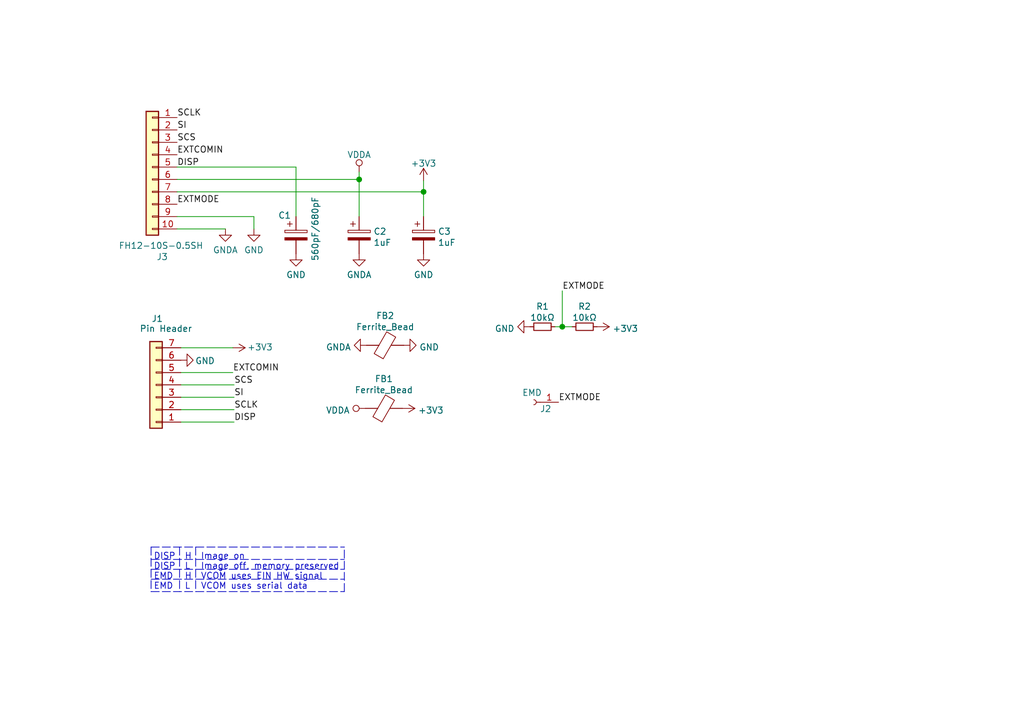
<source format=kicad_sch>
(kicad_sch (version 20210406) (generator eeschema)
  (paper "A5")
  (title_block (title "SHARP Memory LCD Breakout") (date "2021-12-01") (rev "v0.3"))
  (lib_symbols
    (symbol "Connector:Conn_01x01_Female" (pin_names (offset 1.016) hide)
      (property "Reference" "J" (at 0 2.54 0))
      (property "Value" "Conn_01x01_Female" (at 0 -2.54 0))
      (symbol "Conn_01x01_Female_1_1"
        (arc (start 0 0.508) (end 0 -0.508) (radius (at 0 0) (length 0.508) (angles 90.1 -90.1)) (stroke (width 0.1524)))
        (polyline (pts (xy -1.27 0) (xy -0.508 0)) (stroke (width 0.1524)))
        (pin passive line (at -5.08 0 0) (length 3.81) (name "Pin_1") (number "1"))
      )
    )
    (symbol "Connector_Generic:Conn_01x07" (pin_names (offset 1.016) hide)
      (property "Reference" "J" (at 0 10.16 0))
      (property "Value" "Conn_01x07" (at 0 -10.16 0))
      (symbol "Conn_01x07_1_1"
        (rectangle (start -1.27 -7.493) (end 0 -7.747) (stroke (width 0.1524)))
        (rectangle (start -1.27 -4.953) (end 0 -5.207) (stroke (width 0.1524)))
        (rectangle (start -1.27 -2.413) (end 0 -2.667) (stroke (width 0.1524)))
        (rectangle (start -1.27 0.127) (end 0 -0.127) (stroke (width 0.1524)))
        (rectangle (start -1.27 2.667) (end 0 2.413) (stroke (width 0.1524)))
        (rectangle (start -1.27 5.207) (end 0 4.953) (stroke (width 0.1524)))
        (rectangle (start -1.27 7.747) (end 0 7.493) (stroke (width 0.1524)))
        (rectangle (start -1.27 8.89) (end 1.27 -8.89) (stroke (width 0.254)) (fill (type background)))
        (pin passive line (at -5.08 7.62 0) (length 3.81) (name "Pin_1") (number "1"))
        (pin passive line (at -5.08 5.08 0) (length 3.81) (name "Pin_2") (number "2"))
        (pin passive line (at -5.08 2.54 0) (length 3.81) (name "Pin_3") (number "3"))
        (pin passive line (at -5.08 0 0) (length 3.81) (name "Pin_4") (number "4"))
        (pin passive line (at -5.08 -2.54 0) (length 3.81) (name "Pin_5") (number "5"))
        (pin passive line (at -5.08 -5.08 0) (length 3.81) (name "Pin_6") (number "6"))
        (pin passive line (at -5.08 -7.62 0) (length 3.81) (name "Pin_7") (number "7"))
      )
    )
    (symbol "Connector_Generic:Conn_01x10" (pin_names (offset 1.016) hide)
      (property "Reference" "J" (at 0 12.7 0))
      (property "Value" "Conn_01x10" (at 0 -15.24 0))
      (symbol "Conn_01x10_1_1"
        (rectangle (start -1.27 -12.573) (end 0 -12.827) (stroke (width 0.1524)))
        (rectangle (start -1.27 -10.033) (end 0 -10.287) (stroke (width 0.1524)))
        (rectangle (start -1.27 -7.493) (end 0 -7.747) (stroke (width 0.1524)))
        (rectangle (start -1.27 -4.953) (end 0 -5.207) (stroke (width 0.1524)))
        (rectangle (start -1.27 -2.413) (end 0 -2.667) (stroke (width 0.1524)))
        (rectangle (start -1.27 0.127) (end 0 -0.127) (stroke (width 0.1524)))
        (rectangle (start -1.27 2.667) (end 0 2.413) (stroke (width 0.1524)))
        (rectangle (start -1.27 5.207) (end 0 4.953) (stroke (width 0.1524)))
        (rectangle (start -1.27 7.747) (end 0 7.493) (stroke (width 0.1524)))
        (rectangle (start -1.27 10.287) (end 0 10.033) (stroke (width 0.1524)))
        (rectangle (start -1.27 11.43) (end 1.27 -13.97) (stroke (width 0.254)) (fill (type background)))
        (pin passive line (at -5.08 10.16 0) (length 3.81) (name "Pin_1") (number "1"))
        (pin passive line (at -5.08 -12.7 0) (length 3.81) (name "Pin_10") (number "10"))
        (pin passive line (at -5.08 7.62 0) (length 3.81) (name "Pin_2") (number "2"))
        (pin passive line (at -5.08 5.08 0) (length 3.81) (name "Pin_3") (number "3"))
        (pin passive line (at -5.08 2.54 0) (length 3.81) (name "Pin_4") (number "4"))
        (pin passive line (at -5.08 0 0) (length 3.81) (name "Pin_5") (number "5"))
        (pin passive line (at -5.08 -2.54 0) (length 3.81) (name "Pin_6") (number "6"))
        (pin passive line (at -5.08 -5.08 0) (length 3.81) (name "Pin_7") (number "7"))
        (pin passive line (at -5.08 -7.62 0) (length 3.81) (name "Pin_8") (number "8"))
        (pin passive line (at -5.08 -10.16 0) (length 3.81) (name "Pin_9") (number "9"))
      )
    )
    (symbol "Device:CP" (pin_numbers hide) (pin_names (offset 0.254))
      (property "Reference" "C" (at 0.635 2.54 0))
      (property "Value" "CP" (at 0.635 -2.54 0))
      (symbol "CP_0_1"
        (rectangle (start -2.286 0.508) (end 2.286 1.016))
        (rectangle (start 2.286 -0.508) (end -2.286 -1.016) (fill (type outline)))
        (polyline (pts (xy -1.778 2.286) (xy -0.762 2.286)))
        (polyline (pts (xy -1.27 2.794) (xy -1.27 1.778)))
      )
      (symbol "CP_1_1"
        (pin passive line (at 0 3.81 270) (length 2.794) (name "~") (number "1"))
        (pin passive line (at 0 -3.81 90) (length 2.794) (name "~") (number "2"))
      )
    )
    (symbol "Device:Ferrite_Bead" (pin_numbers hide) (pin_names (offset 0))
      (property "Reference" "FB" (at -3.81 0.635 90))
      (property "Value" "Ferrite_Bead" (at 3.81 0 90))
      (symbol "Ferrite_Bead_0_1"
        (polyline (pts (xy 0 -1.27) (xy 0 -1.2192)))
        (polyline (pts (xy 0 1.27) (xy 0 1.2954)))
        (polyline (pts (xy -2.7686 0.4064) (xy -1.7018 2.2606) (xy 2.7686 -0.3048) (xy 1.6764 -2.159) (xy -2.7686 0.4064)))
      )
      (symbol "Ferrite_Bead_1_1"
        (pin passive line (at 0 3.81 270) (length 2.54) (name "~") (number "1"))
        (pin passive line (at 0 -3.81 90) (length 2.54) (name "~") (number "2"))
      )
    )
    (symbol "Device:R_Small" (pin_numbers hide) (pin_names (offset 0.254) hide)
      (property "Reference" "R" (at 0.762 0.508 0))
      (property "Value" "R_Small" (at 0.762 -1.016 0))
      (symbol "R_Small_0_1"
        (rectangle (start -0.762 1.778) (end 0.762 -1.778) (stroke (width 0.2032)))
      )
      (symbol "R_Small_1_1"
        (pin passive line (at 0 2.54 270) (length 0.762) (name "~") (number "1"))
        (pin passive line (at 0 -2.54 90) (length 0.762) (name "~") (number "2"))
      )
    )
    (symbol "power:+3.3V" (power) (pin_names (offset 0))
      (property "Value" "+3.3V" (at 0 3.556 0))
      (symbol "+3.3V_0_1"
        (polyline (pts (xy -0.762 1.27) (xy 0 2.54)))
        (polyline (pts (xy 0 0) (xy 0 2.54)))
        (polyline (pts (xy 0 2.54) (xy 0.762 1.27)))
      )
      (symbol "+3.3V_1_1"
        (pin power_in line (at 0 0 90) (length 0) hide (name "+3V3") (number "1"))
      )
    )
    (symbol "power:GND" (power) (pin_names (offset 0))
      (property "Value" "GND" (at 0 -3.81 0))
      (symbol "GND_0_1"
        (polyline (pts (xy 0 0) (xy 0 -1.27) (xy 1.27 -1.27) (xy 0 -2.54) (xy -1.27 -1.27) (xy 0 -1.27)))
      )
      (symbol "GND_1_1"
        (pin power_in line (at 0 0 270) (length 0) hide (name "GND") (number "1"))
      )
    )
    (symbol "power:GNDA" (power) (pin_names (offset 0))
      (property "Value" "GNDA" (at 0 -3.81 0))
      (symbol "GNDA_0_1"
        (polyline (pts (xy 0 0) (xy 0 -1.27) (xy 1.27 -1.27) (xy 0 -2.54) (xy -1.27 -1.27) (xy 0 -1.27)))
      )
      (symbol "GNDA_1_1"
        (pin power_in line (at 0 0 270) (length 0) hide (name "GNDA") (number "1"))
      )
    )
    (symbol "power:VDDA" (power) (pin_names (offset 0))
      (property "Value" "VDDA" (at 0 3.81 0))
      (symbol "VDDA_0_1"
        (circle (center 0 1.905) (radius 0.635))
        (polyline (pts (xy 0 0) (xy 0 1.27)))
      )
      (symbol "VDDA_1_1"
        (pin power_in line (at 0 0 90) (length 0) hide (name "VDDA") (number "1"))
      )
    )
  )
  (junction (at 73.66 36.83) (diameter 1.016))
  (junction (at 86.868 39.37) (diameter 1.016))
  (junction (at 115.316 67.056) (diameter 1.016))
  (wire (pts (xy 36.322 34.29) (xy 60.706 34.29)))
  (wire (pts (xy 36.322 36.83) (xy 73.66 36.83)))
  (wire (pts (xy 36.322 39.37) (xy 86.868 39.37)))
  (wire (pts (xy 36.322 44.45) (xy 52.07 44.45)))
  (wire (pts (xy 36.322 46.99) (xy 46.228 46.99)))
  (wire (pts (xy 37.084 71.374) (xy 47.752 71.374)))
  (wire (pts (xy 37.084 76.454) (xy 47.752 76.454)))
  (wire (pts (xy 37.084 78.994) (xy 48.006 78.994)))
  (wire (pts (xy 37.084 81.534) (xy 48.006 81.534)))
  (wire (pts (xy 37.084 84.074) (xy 48.006 84.074)))
  (wire (pts (xy 37.084 86.614) (xy 48.006 86.614)))
  (wire (pts (xy 52.07 44.45) (xy 52.07 46.99)))
  (wire (pts (xy 60.706 34.29) (xy 60.706 44.45)))
  (wire (pts (xy 73.66 35.306) (xy 73.66 36.83)))
  (wire (pts (xy 73.66 36.83) (xy 73.66 44.45)))
  (wire (pts (xy 86.868 37.084) (xy 86.868 39.37)))
  (wire (pts (xy 86.868 39.37) (xy 86.868 44.45)))
  (wire (pts (xy 113.792 67.056) (xy 115.316 67.056)))
  (wire (pts (xy 115.316 59.69) (xy 115.316 67.056)))
  (wire (pts (xy 115.316 67.056) (xy 117.348 67.056)))
  (polyline (pts (xy 30.988 112.268) (xy 30.988 121.412)) (stroke (width 0) (type dash)))
  (polyline (pts (xy 30.988 112.268) (xy 70.612 112.268)) (stroke (width 0) (type dash)))
  (polyline (pts (xy 30.988 114.808) (xy 70.612 114.808)) (stroke (width 0) (type dash)))
  (polyline (pts (xy 30.988 116.84) (xy 70.612 116.84)) (stroke (width 0) (type dash)))
  (polyline (pts (xy 30.988 118.872) (xy 70.612 118.872)) (stroke (width 0) (type dash)))
  (polyline (pts (xy 30.988 121.412) (xy 70.612 121.412)) (stroke (width 0) (type dash)))
  (polyline (pts (xy 36.83 112.268) (xy 36.83 121.412)) (stroke (width 0) (type dash)))
  (polyline (pts (xy 40.132 112.268) (xy 40.132 121.412)) (stroke (width 0) (type dash)))
  (polyline (pts (xy 70.612 121.412) (xy 70.612 112.268)) (stroke (width 0) (type dash)))
  (text "DISP\nDISP\nEMD\nEMD" (at 31.496 121.158 0) (effects (font (size 1.27 1.27)) (justify left bottom)))
  (text "H\nL\nH\nL" (at 37.846 121.158 0) (effects (font (size 1.27 1.27)) (justify left bottom)))
  (text "Image on\nImage off, memory preserved\nVCOM uses EIN HW signal\nVCOM uses serial data" (at 41.148 121.158 0) (effects (font (size 1.27 1.27)) (justify left bottom)))
  (label "SCLK" (at 36.322 24.13 0))
  (label "SI" (at 36.322 26.67 0))
  (label "SCS" (at 36.322 29.21 0))
  (label "EXTCOMIN" (at 36.322 31.75 0))
  (label "DISP" (at 36.322 34.29 0))
  (label "EXTMODE" (at 36.322 41.91 0))
  (label "EXTCOMIN" (at 47.752 76.454 0))
  (label "SCS" (at 48.006 78.994 0))
  (label "SI" (at 48.006 81.534 0))
  (label "SCLK" (at 48.006 84.074 0))
  (label "DISP" (at 48.006 86.614 0))
  (label "EXTMODE" (at 114.554 82.55 0))
  (label "EXTMODE" (at 115.316 59.69 0))
  (symbol (lib_id "power:VDDA") (at 73.66 35.306 0) (unit 1)
    (property "Reference" "#PWR08" (effects hide))
    (property "Value" "VDDA" (at 73.66 31.7586 0))
  )
  (symbol (lib_id "power:VDDA") (at 74.93 83.82 90) (unit 1)
    (property "Reference" "#PWR010" (effects hide))
    (property "Value" "VDDA" (at 71.755 84.2085 90) (effects (justify left)))
  )
  (symbol (lib_id "power:+3.3V") (at 47.752 71.374 270) (unit 1)
    (property "Reference" "#PWR01" (effects hide))
    (property "Value" "+3.3V" (at 50.6731 71.2545 90) (effects (justify left)))
  )
  (symbol (lib_id "power:+3.3V") (at 82.55 83.82 270) (unit 1)
    (property "Reference" "#PWR012" (effects hide))
    (property "Value" "+3.3V" (at 85.7251 84.2085 90) (effects (justify left)))
  )
  (symbol (lib_id "power:+3.3V") (at 86.868 37.084 0) (unit 1)
    (property "Reference" "#PWR014" (effects hide))
    (property "Value" "+3.3V" (at 86.868 33.5366 0))
  )
  (symbol (lib_id "power:+3.3V") (at 122.428 67.056 270) (unit 1)
    (property "Reference" "#PWR04" (effects hide))
    (property "Value" "+3.3V" (at 125.6031 67.4445 90) (effects (justify left)))
  )
  (symbol (lib_id "Connector:Conn_01x01_Female") (at 109.474 82.55 180) (unit 1)
    (property "Reference" "J2" (at 111.9124 83.9004 0))
    (property "Value" "EMD" (at 109.1184 80.5857 0))
    (property "Footprint" "TestPoint:TestPoint_Pad_D1.5mm" (effects hide))
  )
  (symbol (lib_id "power:GND") (at 37.084 73.914 90) (unit 1)
    (property "Reference" "#PWR02" (effects hide))
    (property "Value" "GND" (at 40.0051 74.0485 90) (effects (justify right)))
  )
  (symbol (lib_id "power:GNDA") (at 46.228 46.99 0) (unit 1)
    (property "Reference" "#PWR05" (effects hide))
    (property "Value" "GNDA" (at 46.228 51.3144 0))
  )
  (symbol (lib_id "power:GND") (at 52.07 46.99 0) (unit 1)
    (property "Reference" "#PWR06" (effects hide))
    (property "Value" "GND" (at 52.07 51.3144 0))
  )
  (symbol (lib_id "power:GND") (at 60.706 52.07 0) (unit 1)
    (property "Reference" "#PWR07" (effects hide))
    (property "Value" "GND" (at 60.706 56.3944 0))
  )
  (symbol (lib_id "power:GNDA") (at 73.66 52.07 0) (unit 1)
    (property "Reference" "#PWR09" (effects hide))
    (property "Value" "GNDA" (at 73.66 56.3944 0))
  )
  (symbol (lib_id "power:GNDA") (at 75.184 70.866 270) (unit 1)
    (property "Reference" "#PWR011" (effects hide))
    (property "Value" "GNDA" (at 72.0089 71.2545 90) (effects (justify right)))
  )
  (symbol (lib_id "power:GND") (at 82.804 70.866 90) (unit 1)
    (property "Reference" "#PWR013" (effects hide))
    (property "Value" "GND" (at 85.9791 71.2545 90) (effects (justify right)))
  )
  (symbol (lib_id "power:GND") (at 86.868 52.07 0) (unit 1)
    (property "Reference" "#PWR015" (effects hide))
    (property "Value" "GND" (at 86.868 56.3944 0))
  )
  (symbol (lib_id "power:GND") (at 108.712 67.056 270) (unit 1)
    (property "Reference" "#PWR03" (effects hide))
    (property "Value" "GND" (at 105.537 67.4445 90) (effects (justify right)))
  )
  (symbol (lib_id "Device:R_Small") (at 111.252 67.056 270) (unit 1)
    (property "Reference" "R1" (at 111.252 62.8862 90))
    (property "Value" "10kΩ" (at 111.252 65.1849 90))
    (property "Footprint" "Resistor_SMD:R_0603_1608Metric_Pad1.05x0.95mm_HandSolder" (effects hide))
    (property "LCSC" "C25804" (effects hide))
  )
  (symbol (lib_id "Device:R_Small") (at 119.888 67.056 270) (unit 1)
    (property "Reference" "R2" (at 119.888 62.8862 90))
    (property "Value" "10kΩ" (at 119.888 65.1849 90))
    (property "Footprint" "Resistor_SMD:R_0603_1608Metric_Pad1.05x0.95mm_HandSolder" (effects hide))
    (property "LCSC" "C25804" (effects hide))
  )
  (symbol (lib_id "Device:CP") (at 60.706 48.26 0) (unit 1)
    (property "Reference" "C1" (at 57.0231 44.1971 0) (effects (justify left)))
    (property "Value" "560pF/680pF" (at 64.6431 53.6078 90) (effects (justify left)))
    (property "Footprint" "Capacitor_SMD:C_0603_1608Metric_Pad1.05x0.95mm_HandSolder" (effects hide))
    (property "LCSC" "C1630" (effects hide))
  )
  (symbol (lib_id "Device:CP") (at 73.66 48.26 0) (unit 1)
    (property "Reference" "C2" (at 76.5811 47.4991 0) (effects (justify left)))
    (property "Value" "1uF" (at 76.5811 49.7978 0) (effects (justify left)))
    (property "Footprint" "Capacitor_SMD:C_0603_1608Metric_Pad1.05x0.95mm_HandSolder" (effects hide))
    (property "LCSC" "C15849" (effects hide))
  )
  (symbol (lib_id "Device:CP") (at 86.868 48.26 0) (unit 1)
    (property "Reference" "C3" (at 89.7891 47.4991 0) (effects (justify left)))
    (property "Value" "1uF" (at 89.7891 49.7978 0) (effects (justify left)))
    (property "Footprint" "Capacitor_SMD:C_0603_1608Metric_Pad1.05x0.95mm_HandSolder" (effects hide))
    (property "LCSC" "C15849" (effects hide))
  )
  (symbol (lib_id "Device:Ferrite_Bead") (at 78.74 83.82 90) (unit 1)
    (property "Reference" "FB1" (at 78.74 77.7452 90))
    (property "Value" "Ferrite_Bead" (at 78.74 80.0439 90))
    (property "Footprint" "Resistor_SMD:R_0805_2012Metric_Pad1.15x1.40mm_HandSolder" (effects hide))
    (property "LCSC" "C1017" (effects hide))
  )
  (symbol (lib_id "Device:Ferrite_Bead") (at 78.994 70.866 90) (unit 1)
    (property "Reference" "FB2" (at 78.994 64.7912 90))
    (property "Value" "Ferrite_Bead" (at 78.994 67.0899 90))
    (property "Footprint" "Resistor_SMD:R_0805_2012Metric_Pad1.15x1.40mm_HandSolder" (effects hide))
    (property "LCSC" "C1017" (effects hide))
  )
  (symbol (lib_id "Connector_Generic:Conn_01x07") (at 32.004 78.994 180) (unit 1)
    (property "Reference" "J1" (at 32.258 65.4008 0))
    (property "Value" "Pin Header" (at 34.036 67.4455 0))
    (property "Footprint" "SharpMemoryLcdBreakout:PinSocket_2Row_5+3_P2.54mm_Vertical" (effects hide))
  )
  (symbol (lib_id "Connector_Generic:Conn_01x10") (at 31.242 34.29 0) (mirror y) (unit 1)
    (property "Reference" "J3" (at 33.274 52.7092 0))
    (property "Value" "FH12-10S-0.5SH" (at 33.02 50.4105 0))
    (property "Footprint" "Connector_FFC-FPC:Hirose_FH12-10S-0.5SH_1x10-1MP_P0.50mm_Horizontal" (effects hide))
    (property "LCSC" "C506791" (effects hide))
  )
)
</source>
